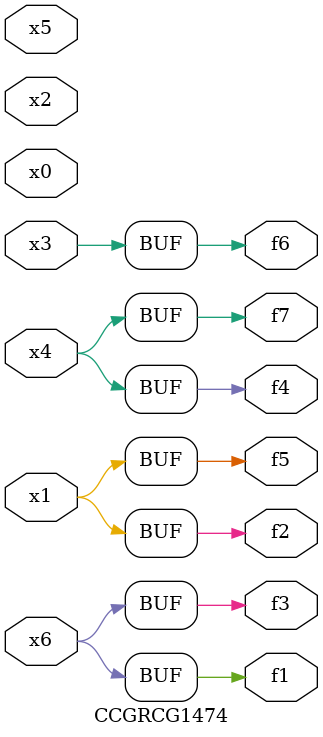
<source format=v>
module CCGRCG1474(
	input x0, x1, x2, x3, x4, x5, x6,
	output f1, f2, f3, f4, f5, f6, f7
);
	assign f1 = x6;
	assign f2 = x1;
	assign f3 = x6;
	assign f4 = x4;
	assign f5 = x1;
	assign f6 = x3;
	assign f7 = x4;
endmodule

</source>
